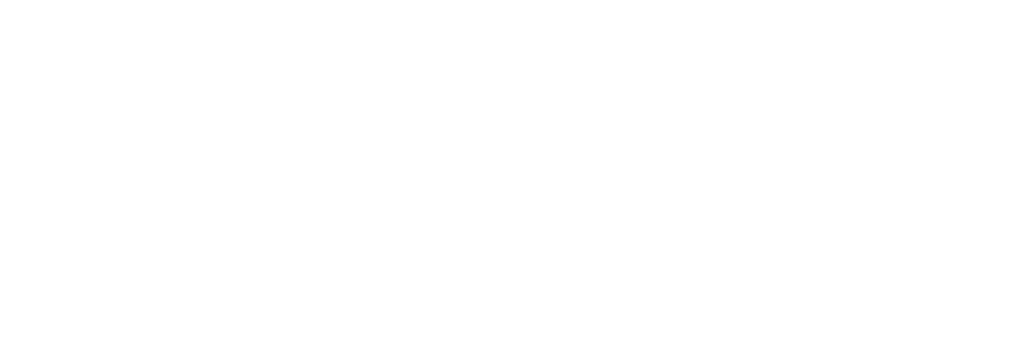
<source format=gts>
G04*
G04 #@! TF.GenerationSoftware,Altium Limited,Altium Designer,19.0.10 (269)*
G04*
G04 Layer_Color=8388736*
%FSLAX44Y44*%
%MOMM*%
G71*
G01*
G75*
D14*
X1285414Y920988D02*
D03*
X1299414D02*
D03*
X1355964Y933346D02*
D03*
X1369964D02*
D03*
X1355710Y913638D02*
D03*
X1369710D02*
D03*
X1299414Y933030D02*
D03*
X1285414D02*
D03*
X1174242Y1055210D02*
D03*
X1188242D02*
D03*
X1311290Y958342D02*
D03*
X1297290D02*
D03*
X1415572Y945896D02*
D03*
X1401572D02*
D03*
X1341262Y983854D02*
D03*
X1327262D02*
D03*
X1247506Y1032256D02*
D03*
X1261506D02*
D03*
X1298986Y995922D02*
D03*
X1284986D02*
D03*
X1298986Y1008126D02*
D03*
X1284986D02*
D03*
X1247506Y1044702D02*
D03*
X1261506D02*
D03*
D15*
X1271016Y922932D02*
D03*
Y909932D02*
D03*
X1285494Y958134D02*
D03*
Y945134D02*
D03*
X1401572Y971088D02*
D03*
Y958088D02*
D03*
D16*
X434340Y877266D02*
D03*
Y858266D02*
D03*
X369570Y856386D02*
D03*
Y875386D02*
D03*
X316992Y864766D02*
D03*
Y845766D02*
D03*
X504952Y839821D02*
D03*
Y858821D02*
D03*
X765556Y865339D02*
D03*
Y846339D02*
D03*
X721106Y790856D02*
D03*
Y809856D02*
D03*
X686308Y868356D02*
D03*
Y849356D02*
D03*
X658876Y868356D02*
D03*
Y849356D02*
D03*
X779628Y1036098D02*
D03*
Y1017098D02*
D03*
X762048Y965608D02*
D03*
Y984608D02*
D03*
X707238Y1035152D02*
D03*
Y1016152D02*
D03*
D17*
X381508Y812596D02*
D03*
Y831596D02*
D03*
X357508D02*
D03*
Y822096D02*
D03*
Y812596D02*
D03*
X381508Y822096D02*
D03*
D18*
X449936Y790956D02*
D03*
X430936D02*
D03*
D19*
X1213670Y953470D02*
D03*
Y959970D02*
D03*
X1259170Y946970D02*
D03*
X1252670D02*
D03*
X1246170D02*
D03*
X1239670D02*
D03*
X1233170D02*
D03*
X1226670D02*
D03*
X1220170D02*
D03*
X1213670D02*
D03*
X1259170Y953470D02*
D03*
X1252670D02*
D03*
X1246170D02*
D03*
X1239670D02*
D03*
X1233170D02*
D03*
X1226670D02*
D03*
X1220170D02*
D03*
X1259170Y959970D02*
D03*
X1252670D02*
D03*
X1246170D02*
D03*
X1239670D02*
D03*
X1233170D02*
D03*
X1226670D02*
D03*
X1220170D02*
D03*
X1259170Y966470D02*
D03*
X1252670D02*
D03*
X1246170D02*
D03*
X1239670D02*
D03*
X1233170D02*
D03*
X1226670D02*
D03*
X1220170D02*
D03*
X1213670D02*
D03*
X1259170Y972970D02*
D03*
X1252670D02*
D03*
X1246170D02*
D03*
X1239670D02*
D03*
X1233170D02*
D03*
X1226670D02*
D03*
X1220170D02*
D03*
X1213670D02*
D03*
X1259170Y979470D02*
D03*
X1252670D02*
D03*
X1246170D02*
D03*
X1239670D02*
D03*
X1233170D02*
D03*
X1226670D02*
D03*
X1220170D02*
D03*
X1213670D02*
D03*
X1259170Y985970D02*
D03*
X1252670D02*
D03*
X1246170D02*
D03*
X1239670D02*
D03*
X1233170D02*
D03*
X1226670D02*
D03*
X1220170D02*
D03*
X1213670D02*
D03*
X1259170Y992470D02*
D03*
X1252670D02*
D03*
X1246170D02*
D03*
X1239670D02*
D03*
X1233170D02*
D03*
X1226670D02*
D03*
X1220170D02*
D03*
X1213670D02*
D03*
D20*
X1256604Y919988D02*
D03*
X1233104D02*
D03*
D21*
X1191222Y1036460D02*
D03*
X1174222D02*
D03*
Y1023460D02*
D03*
X1191222D02*
D03*
D22*
X1026769Y1035571D02*
D03*
X1006769Y1026071D02*
D03*
Y1045071D02*
D03*
X931757Y1036065D02*
D03*
X911757Y1026565D02*
D03*
Y1045565D02*
D03*
D23*
X1118170Y1002540D02*
D03*
Y1012040D02*
D03*
Y1021540D02*
D03*
X1094170D02*
D03*
Y1002540D02*
D03*
X480314Y839266D02*
D03*
Y848766D02*
D03*
Y858266D02*
D03*
X456314D02*
D03*
Y839266D02*
D03*
D24*
X556748Y912887D02*
D03*
D25*
X568178Y913062D02*
D03*
D26*
X570868Y930842D02*
D03*
X557868D02*
D03*
X570868Y894842D02*
D03*
X557868D02*
D03*
X564368D02*
D03*
Y930842D02*
D03*
D27*
X916361Y1067927D02*
D03*
X935361D02*
D03*
X1010970Y1067816D02*
D03*
X1029970D02*
D03*
X1116076Y982472D02*
D03*
X1097076D02*
D03*
X1115822Y1041654D02*
D03*
X1096822D02*
D03*
X1190346Y850542D02*
D03*
X1171346D02*
D03*
X1384758Y846328D02*
D03*
X1365758D02*
D03*
D28*
X886085Y1045525D02*
D03*
Y1026525D02*
D03*
X981049Y1045071D02*
D03*
Y1026071D02*
D03*
X863819Y1045525D02*
D03*
Y1026525D02*
D03*
X958596Y1045071D02*
D03*
Y1026071D02*
D03*
D29*
X316230Y776638D02*
D03*
Y796638D02*
D03*
X475996Y817880D02*
D03*
Y797880D02*
D03*
X694182Y810364D02*
D03*
Y790364D02*
D03*
X748030D02*
D03*
Y810364D02*
D03*
X632206Y868520D02*
D03*
Y848520D02*
D03*
X707898Y984928D02*
D03*
Y964928D02*
D03*
X606044Y848426D02*
D03*
Y868426D02*
D03*
X734568Y965248D02*
D03*
Y985248D02*
D03*
D30*
X450182Y817118D02*
D03*
X430182D02*
D03*
X551470Y849122D02*
D03*
X571470D02*
D03*
X584368Y947674D02*
D03*
X564368D02*
D03*
X707456Y1068832D02*
D03*
X727456D02*
D03*
D31*
X1376950Y945844D02*
D03*
X1389950D02*
D03*
X1338026Y945895D02*
D03*
X1351026D02*
D03*
X1299314Y946150D02*
D03*
X1312314D02*
D03*
X1298598Y971972D02*
D03*
X1285598D02*
D03*
X1370434Y983996D02*
D03*
X1383434D02*
D03*
X1285598Y983996D02*
D03*
X1298598D02*
D03*
X1261044Y1019858D02*
D03*
X1248044D02*
D03*
D32*
X742326Y894839D02*
D03*
X766826D02*
D03*
X755084Y1065634D02*
D03*
X779584D02*
D03*
D33*
X958868Y798586D02*
D03*
D34*
X944118Y783336D02*
D03*
X973618D02*
D03*
D35*
X1419860Y923290D02*
D03*
D36*
X1435110Y908540D02*
D03*
Y938040D02*
D03*
D37*
X269178Y812800D02*
D03*
Y829550D02*
D03*
D38*
Y792050D02*
D03*
Y850300D02*
D03*
D39*
X292178Y796550D02*
D03*
Y845800D02*
D03*
D40*
X295778Y827675D02*
D03*
Y834175D02*
D03*
Y821175D02*
D03*
Y814675D02*
D03*
Y808175D02*
D03*
D41*
X945758Y830246D02*
D03*
X958758D02*
D03*
X971758D02*
D03*
X1023758Y962246D02*
D03*
X1010758D02*
D03*
X997758D02*
D03*
X984758D02*
D03*
X971758D02*
D03*
X958758D02*
D03*
X945758D02*
D03*
D42*
X1053758Y857246D02*
D03*
Y870246D02*
D03*
Y883246D02*
D03*
Y896246D02*
D03*
Y909246D02*
D03*
Y922246D02*
D03*
Y935246D02*
D03*
X915758D02*
D03*
Y922246D02*
D03*
Y909246D02*
D03*
Y896246D02*
D03*
Y883246D02*
D03*
Y870246D02*
D03*
Y857246D02*
D03*
D43*
X1399620Y933210D02*
D03*
X1394620D02*
D03*
X1389620D02*
D03*
Y913210D02*
D03*
X1394620D02*
D03*
X1399620D02*
D03*
D44*
X1384620Y928210D02*
D03*
Y923210D02*
D03*
Y918210D02*
D03*
X1404620D02*
D03*
Y923210D02*
D03*
Y928210D02*
D03*
D45*
X1394620Y923210D02*
D03*
D46*
X742496Y836554D02*
D03*
Y846054D02*
D03*
Y855554D02*
D03*
X717496D02*
D03*
Y836554D02*
D03*
X755298Y1007298D02*
D03*
Y1016798D02*
D03*
Y1026298D02*
D03*
X730298D02*
D03*
Y1007298D02*
D03*
D47*
X684530Y1035050D02*
D03*
X663530Y1024750D02*
D03*
Y1045350D02*
D03*
D48*
X875943Y1067927D02*
D03*
X892943D02*
D03*
X970788Y1067816D02*
D03*
X987788D02*
D03*
D49*
X890778Y843316D02*
D03*
Y857316D02*
D03*
X890778Y923686D02*
D03*
Y909686D02*
D03*
X1363218Y959896D02*
D03*
Y945896D02*
D03*
X1324610Y959895D02*
D03*
Y945895D02*
D03*
X1154318Y1036556D02*
D03*
Y1022556D02*
D03*
X1315212Y920892D02*
D03*
Y906892D02*
D03*
X1399620Y887202D02*
D03*
Y901202D02*
D03*
X1256604Y891144D02*
D03*
Y905144D02*
D03*
X1232941Y891256D02*
D03*
Y905256D02*
D03*
X1401699Y998334D02*
D03*
Y984334D02*
D03*
X1355598Y997996D02*
D03*
Y983996D02*
D03*
X1312672Y997854D02*
D03*
Y983854D02*
D03*
X1079500Y1007638D02*
D03*
Y1021638D02*
D03*
X1174890Y978216D02*
D03*
Y992216D02*
D03*
X1187196Y978378D02*
D03*
Y992378D02*
D03*
X1223622Y1033368D02*
D03*
Y1019368D02*
D03*
X1298956Y1033668D02*
D03*
Y1019668D02*
D03*
X1274572Y1033668D02*
D03*
Y1019668D02*
D03*
X1286764Y1033668D02*
D03*
Y1019668D02*
D03*
X1211052Y1033368D02*
D03*
Y1019368D02*
D03*
X1219200Y909940D02*
D03*
Y923940D02*
D03*
X1207008Y909940D02*
D03*
Y923940D02*
D03*
X1194816Y910052D02*
D03*
Y924052D02*
D03*
X1235932Y1033368D02*
D03*
Y1019368D02*
D03*
D50*
X1241806Y850646D02*
D03*
X1223806D02*
D03*
D51*
X551868Y876046D02*
D03*
X570868D02*
D03*
D52*
X811276Y848839D02*
D03*
Y894839D02*
D03*
X823468Y1021298D02*
D03*
Y1067298D02*
D03*
D53*
X1241702Y817626D02*
D03*
X1171702D02*
D03*
D54*
X1343152Y1132078D02*
D03*
Y1157478D02*
D03*
X1283208Y819476D02*
D03*
X1308608D02*
D03*
X1334008D02*
D03*
X1359408D02*
D03*
D55*
X1384808D02*
D03*
D56*
X571500Y803910D02*
D03*
D57*
X551500D02*
D03*
D58*
X298450Y1173480D02*
D03*
X1292860D02*
D03*
D59*
X631444Y1045350D02*
D03*
D60*
Y1025350D02*
D03*
M02*

</source>
